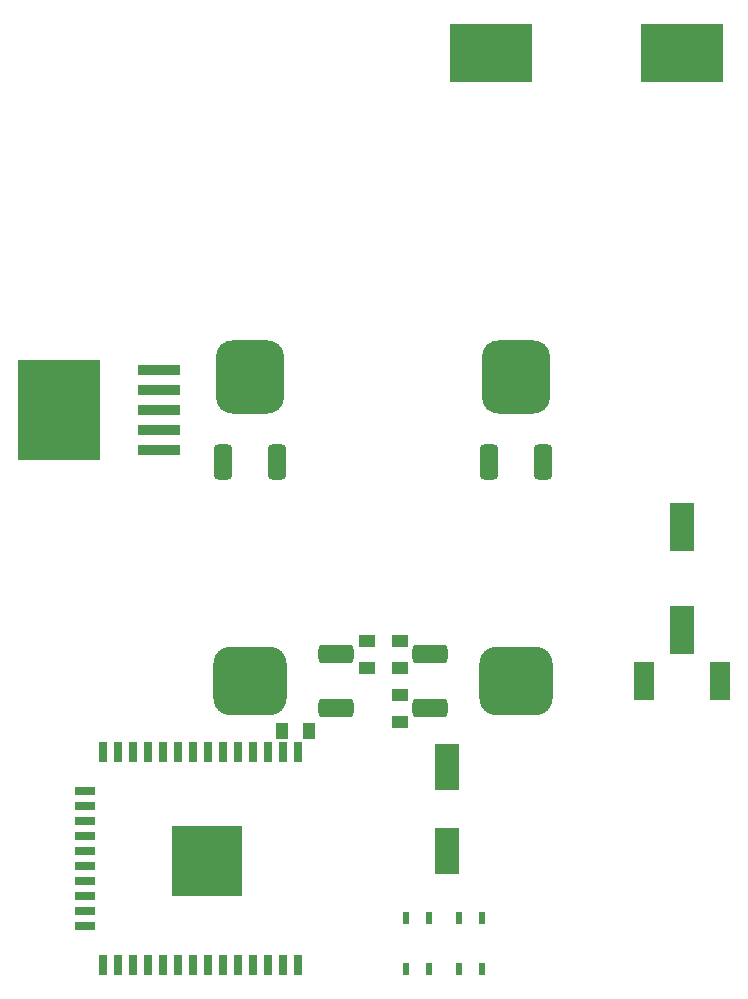
<source format=gtp>
G04*
G04 #@! TF.GenerationSoftware,Altium Limited,Altium Designer,18.0.7 (293)*
G04*
G04 Layer_Color=8421504*
%FSLAX44Y44*%
%MOMM*%
G71*
G01*
G75*
%ADD10R,1.0000X1.3970*%
G04:AMPARAMS|DCode=11|XSize=1.6mm|YSize=3mm|CornerRadius=0.4mm|HoleSize=0mm|Usage=FLASHONLY|Rotation=0.000|XOffset=0mm|YOffset=0mm|HoleType=Round|Shape=RoundedRectangle|*
%AMROUNDEDRECTD11*
21,1,1.6000,2.2000,0,0,0.0*
21,1,0.8000,3.0000,0,0,0.0*
1,1,0.8000,0.4000,-1.1000*
1,1,0.8000,-0.4000,-1.1000*
1,1,0.8000,-0.4000,1.1000*
1,1,0.8000,0.4000,1.1000*
%
%ADD11ROUNDEDRECTD11*%
G04:AMPARAMS|DCode=12|XSize=5.8mm|YSize=6.2mm|CornerRadius=1.45mm|HoleSize=0mm|Usage=FLASHONLY|Rotation=0.000|XOffset=0mm|YOffset=0mm|HoleType=Round|Shape=RoundedRectangle|*
%AMROUNDEDRECTD12*
21,1,5.8000,3.3000,0,0,0.0*
21,1,2.9000,6.2000,0,0,0.0*
1,1,2.9000,1.4500,-1.6500*
1,1,2.9000,-1.4500,-1.6500*
1,1,2.9000,-1.4500,1.6500*
1,1,2.9000,1.4500,1.6500*
%
%ADD12ROUNDEDRECTD12*%
%ADD13R,0.6000X1.0000*%
%ADD14R,2.0000X4.1000*%
%ADD15R,1.3970X1.0000*%
%ADD16R,2.0000X4.0000*%
%ADD17R,7.0000X5.0000*%
%ADD18R,1.8000X0.8000*%
%ADD19R,0.8000X1.8000*%
%ADD20R,6.0000X6.0000*%
%ADD21R,1.8000X3.3000*%
%ADD22R,7.0000X8.5000*%
%ADD23R,3.5800X0.9000*%
G04:AMPARAMS|DCode=24|XSize=1.6mm|YSize=3mm|CornerRadius=0.4mm|HoleSize=0mm|Usage=FLASHONLY|Rotation=270.000|XOffset=0mm|YOffset=0mm|HoleType=Round|Shape=RoundedRectangle|*
%AMROUNDEDRECTD24*
21,1,1.6000,2.2000,0,0,270.0*
21,1,0.8000,3.0000,0,0,270.0*
1,1,0.8000,-1.1000,-0.4000*
1,1,0.8000,-1.1000,0.4000*
1,1,0.8000,1.1000,0.4000*
1,1,0.8000,1.1000,-0.4000*
%
%ADD24ROUNDEDRECTD24*%
G04:AMPARAMS|DCode=25|XSize=5.8mm|YSize=6.2mm|CornerRadius=1.45mm|HoleSize=0mm|Usage=FLASHONLY|Rotation=270.000|XOffset=0mm|YOffset=0mm|HoleType=Round|Shape=RoundedRectangle|*
%AMROUNDEDRECTD25*
21,1,5.8000,3.3000,0,0,270.0*
21,1,2.9000,6.2000,0,0,270.0*
1,1,2.9000,-1.6500,-1.4500*
1,1,2.9000,-1.6500,1.4500*
1,1,2.9000,1.6500,1.4500*
1,1,2.9000,1.6500,-1.4500*
%
%ADD25ROUNDEDRECTD25*%
D10*
X-280332Y-209264D02*
D03*
X-303192D02*
D03*
D11*
X-306972Y18236D02*
D03*
X-352692D02*
D03*
X-127814D02*
D03*
X-82094D02*
D03*
D12*
X-329832Y90626D02*
D03*
X-104954D02*
D03*
D13*
X-133431Y-411179D02*
D03*
X-153431D02*
D03*
Y-367925D02*
D03*
X-133431D02*
D03*
X-178432Y-411179D02*
D03*
X-198432D02*
D03*
Y-367925D02*
D03*
X-178432D02*
D03*
D14*
X35486Y-124115D02*
D03*
Y-37115D02*
D03*
D15*
X-203344Y-156009D02*
D03*
Y-133149D02*
D03*
Y-201729D02*
D03*
Y-178869D02*
D03*
X-231442Y-156009D02*
D03*
Y-133149D02*
D03*
D16*
X-163432Y-310889D02*
D03*
Y-239889D02*
D03*
D17*
X-125739Y364341D02*
D03*
X35805D02*
D03*
D18*
X-469492Y-374139D02*
D03*
Y-361439D02*
D03*
Y-348739D02*
D03*
Y-310639D02*
D03*
Y-336039D02*
D03*
Y-323339D02*
D03*
Y-272539D02*
D03*
Y-297939D02*
D03*
Y-285239D02*
D03*
Y-259839D02*
D03*
D19*
X-454592Y-407179D02*
D03*
X-416492D02*
D03*
X-429192D02*
D03*
X-441892D02*
D03*
X-454592Y-226839D02*
D03*
X-441892D02*
D03*
X-416492D02*
D03*
X-429192D02*
D03*
X-365692Y-407179D02*
D03*
X-352992D02*
D03*
X-403792D02*
D03*
X-378392D02*
D03*
X-391092D02*
D03*
X-340292D02*
D03*
X-314892D02*
D03*
X-327592D02*
D03*
X-302192D02*
D03*
X-289492D02*
D03*
X-352992Y-226839D02*
D03*
X-365692D02*
D03*
X-403792D02*
D03*
X-378392D02*
D03*
X-391092D02*
D03*
X-302192D02*
D03*
X-289492D02*
D03*
X-340292D02*
D03*
X-314892D02*
D03*
X-327592D02*
D03*
D20*
X-366832Y-319839D02*
D03*
D21*
X3488Y-167439D02*
D03*
X67488D02*
D03*
D22*
X-491676Y62431D02*
D03*
D23*
X-407476Y45431D02*
D03*
Y28431D02*
D03*
Y62431D02*
D03*
Y96431D02*
D03*
Y79431D02*
D03*
D24*
X-177344Y-190299D02*
D03*
Y-144579D02*
D03*
X-257442Y-190299D02*
D03*
Y-144579D02*
D03*
D25*
X-104954Y-167439D02*
D03*
X-329832D02*
D03*
M02*

</source>
